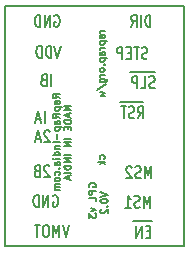
<source format=gbo>
G04 (created by PCBNEW (2013-07-07 BZR 4022)-stable) date 03-03-2014 12:21:00 AM*
%MOIN*%
G04 Gerber Fmt 3.4, Leading zero omitted, Abs format*
%FSLAX34Y34*%
G01*
G70*
G90*
G04 APERTURE LIST*
%ADD10C,0.00590551*%
%ADD11C,0.0059*%
%ADD12C,0.0071*%
%ADD13C,0.007875*%
%ADD14C,0.0079*%
%ADD15C,0.005*%
%ADD16R,0.1184X0.1901*%
%ADD17C,0.075*%
G04 APERTURE END LIST*
G54D10*
G54D11*
X1914Y4979D02*
X1802Y5058D01*
X1914Y5114D02*
X1678Y5114D01*
X1678Y5024D01*
X1689Y5002D01*
X1701Y4990D01*
X1723Y4979D01*
X1757Y4979D01*
X1779Y4990D01*
X1790Y5002D01*
X1802Y5024D01*
X1802Y5114D01*
X1903Y4788D02*
X1914Y4810D01*
X1914Y4855D01*
X1903Y4878D01*
X1880Y4889D01*
X1790Y4889D01*
X1768Y4878D01*
X1757Y4855D01*
X1757Y4810D01*
X1768Y4788D01*
X1790Y4777D01*
X1813Y4777D01*
X1835Y4889D01*
X1757Y4676D02*
X1993Y4676D01*
X1768Y4676D02*
X1757Y4653D01*
X1757Y4608D01*
X1768Y4586D01*
X1779Y4574D01*
X1802Y4563D01*
X1869Y4563D01*
X1892Y4574D01*
X1903Y4586D01*
X1914Y4608D01*
X1914Y4653D01*
X1903Y4676D01*
X1914Y4327D02*
X1802Y4406D01*
X1914Y4462D02*
X1678Y4462D01*
X1678Y4372D01*
X1689Y4350D01*
X1701Y4338D01*
X1723Y4327D01*
X1757Y4327D01*
X1779Y4338D01*
X1790Y4350D01*
X1802Y4372D01*
X1802Y4462D01*
X1914Y4125D02*
X1790Y4125D01*
X1768Y4136D01*
X1757Y4159D01*
X1757Y4204D01*
X1768Y4226D01*
X1903Y4125D02*
X1914Y4147D01*
X1914Y4204D01*
X1903Y4226D01*
X1880Y4237D01*
X1858Y4237D01*
X1835Y4226D01*
X1824Y4204D01*
X1824Y4147D01*
X1813Y4125D01*
X1757Y4013D02*
X1993Y4013D01*
X1768Y4013D02*
X1757Y3990D01*
X1757Y3945D01*
X1768Y3923D01*
X1779Y3911D01*
X1802Y3900D01*
X1869Y3900D01*
X1892Y3911D01*
X1903Y3923D01*
X1914Y3945D01*
X1914Y3990D01*
X1903Y4013D01*
X1824Y3799D02*
X1824Y3619D01*
X1914Y3507D02*
X1678Y3507D01*
X1757Y3394D02*
X1914Y3394D01*
X1779Y3394D02*
X1768Y3383D01*
X1757Y3361D01*
X1757Y3327D01*
X1768Y3305D01*
X1790Y3293D01*
X1914Y3293D01*
X1914Y3080D02*
X1678Y3080D01*
X1903Y3080D02*
X1914Y3102D01*
X1914Y3147D01*
X1903Y3170D01*
X1892Y3181D01*
X1869Y3192D01*
X1802Y3192D01*
X1779Y3181D01*
X1768Y3170D01*
X1757Y3147D01*
X1757Y3102D01*
X1768Y3080D01*
X1914Y2967D02*
X1757Y2967D01*
X1678Y2967D02*
X1689Y2979D01*
X1701Y2967D01*
X1689Y2956D01*
X1678Y2967D01*
X1701Y2967D01*
X1914Y2754D02*
X1790Y2754D01*
X1768Y2765D01*
X1757Y2788D01*
X1757Y2833D01*
X1768Y2855D01*
X1903Y2754D02*
X1914Y2776D01*
X1914Y2833D01*
X1903Y2855D01*
X1880Y2866D01*
X1858Y2866D01*
X1835Y2855D01*
X1824Y2833D01*
X1824Y2776D01*
X1813Y2754D01*
X1892Y2642D02*
X1903Y2630D01*
X1914Y2642D01*
X1903Y2653D01*
X1892Y2642D01*
X1914Y2642D01*
X1903Y2428D02*
X1914Y2451D01*
X1914Y2495D01*
X1903Y2518D01*
X1892Y2529D01*
X1869Y2540D01*
X1802Y2540D01*
X1779Y2529D01*
X1768Y2518D01*
X1757Y2495D01*
X1757Y2451D01*
X1768Y2428D01*
X1914Y2293D02*
X1903Y2316D01*
X1892Y2327D01*
X1869Y2338D01*
X1802Y2338D01*
X1779Y2327D01*
X1768Y2316D01*
X1757Y2293D01*
X1757Y2259D01*
X1768Y2237D01*
X1779Y2226D01*
X1802Y2215D01*
X1869Y2215D01*
X1892Y2226D01*
X1903Y2237D01*
X1914Y2259D01*
X1914Y2293D01*
X1914Y2113D02*
X1757Y2113D01*
X1779Y2113D02*
X1768Y2102D01*
X1757Y2080D01*
X1757Y2046D01*
X1768Y2023D01*
X1790Y2012D01*
X1914Y2012D01*
X1790Y2012D02*
X1768Y2001D01*
X1757Y1979D01*
X1757Y1945D01*
X1768Y1922D01*
X1790Y1911D01*
X1914Y1911D01*
X2303Y4732D02*
X2067Y4732D01*
X2236Y4653D01*
X2067Y4575D01*
X2303Y4575D01*
X2236Y4473D02*
X2236Y4361D01*
X2303Y4496D02*
X2067Y4417D01*
X2303Y4339D01*
X2303Y4260D02*
X2067Y4260D01*
X2067Y4204D01*
X2079Y4170D01*
X2101Y4147D01*
X2124Y4136D01*
X2169Y4125D01*
X2202Y4125D01*
X2247Y4136D01*
X2270Y4147D01*
X2292Y4170D01*
X2303Y4204D01*
X2303Y4260D01*
X2180Y4024D02*
X2180Y3945D01*
X2303Y3911D02*
X2303Y4024D01*
X2067Y4024D01*
X2067Y3911D01*
X2303Y3631D02*
X2067Y3631D01*
X2303Y3518D02*
X2067Y3518D01*
X2303Y3383D01*
X2067Y3383D01*
X2303Y3091D02*
X2067Y3091D01*
X2303Y2979D02*
X2067Y2979D01*
X2303Y2844D01*
X2067Y2844D01*
X2303Y2731D02*
X2067Y2731D01*
X2067Y2675D01*
X2079Y2642D01*
X2101Y2619D01*
X2124Y2608D01*
X2169Y2597D01*
X2202Y2597D01*
X2247Y2608D01*
X2270Y2619D01*
X2292Y2642D01*
X2303Y2675D01*
X2303Y2731D01*
X2303Y2495D02*
X2067Y2495D01*
X2236Y2394D02*
X2236Y2282D01*
X2303Y2417D02*
X2067Y2338D01*
X2303Y2259D01*
X3414Y7232D02*
X3257Y7232D01*
X3302Y7232D02*
X3279Y7221D01*
X3268Y7210D01*
X3257Y7187D01*
X3257Y7165D01*
X3403Y6996D02*
X3414Y7019D01*
X3414Y7063D01*
X3403Y7086D01*
X3380Y7097D01*
X3290Y7097D01*
X3268Y7086D01*
X3257Y7063D01*
X3257Y7019D01*
X3268Y6996D01*
X3290Y6985D01*
X3313Y6985D01*
X3335Y7097D01*
X3257Y6884D02*
X3493Y6884D01*
X3268Y6884D02*
X3257Y6861D01*
X3257Y6816D01*
X3268Y6794D01*
X3279Y6782D01*
X3302Y6771D01*
X3369Y6771D01*
X3392Y6782D01*
X3403Y6794D01*
X3414Y6816D01*
X3414Y6861D01*
X3403Y6884D01*
X3414Y6670D02*
X3257Y6670D01*
X3302Y6670D02*
X3279Y6659D01*
X3268Y6648D01*
X3257Y6625D01*
X3257Y6603D01*
X3414Y6423D02*
X3290Y6423D01*
X3268Y6434D01*
X3257Y6457D01*
X3257Y6502D01*
X3268Y6524D01*
X3403Y6423D02*
X3414Y6445D01*
X3414Y6502D01*
X3403Y6524D01*
X3380Y6535D01*
X3358Y6535D01*
X3335Y6524D01*
X3324Y6502D01*
X3324Y6445D01*
X3313Y6423D01*
X3257Y6311D02*
X3493Y6311D01*
X3268Y6311D02*
X3257Y6288D01*
X3257Y6243D01*
X3268Y6221D01*
X3279Y6209D01*
X3302Y6198D01*
X3369Y6198D01*
X3392Y6209D01*
X3403Y6221D01*
X3414Y6243D01*
X3414Y6288D01*
X3403Y6311D01*
X3392Y6097D02*
X3403Y6086D01*
X3414Y6097D01*
X3403Y6108D01*
X3392Y6097D01*
X3414Y6097D01*
X3414Y5951D02*
X3403Y5973D01*
X3392Y5985D01*
X3369Y5996D01*
X3302Y5996D01*
X3279Y5985D01*
X3268Y5973D01*
X3257Y5951D01*
X3257Y5917D01*
X3268Y5895D01*
X3279Y5883D01*
X3302Y5872D01*
X3369Y5872D01*
X3392Y5883D01*
X3403Y5895D01*
X3414Y5917D01*
X3414Y5951D01*
X3414Y5771D02*
X3257Y5771D01*
X3302Y5771D02*
X3279Y5760D01*
X3268Y5749D01*
X3257Y5726D01*
X3257Y5704D01*
X3257Y5524D02*
X3448Y5524D01*
X3470Y5535D01*
X3481Y5546D01*
X3493Y5569D01*
X3493Y5603D01*
X3481Y5625D01*
X3403Y5524D02*
X3414Y5546D01*
X3414Y5591D01*
X3403Y5614D01*
X3392Y5625D01*
X3369Y5636D01*
X3302Y5636D01*
X3279Y5625D01*
X3268Y5614D01*
X3257Y5591D01*
X3257Y5546D01*
X3268Y5524D01*
X3167Y5243D02*
X3470Y5445D01*
X3257Y5187D02*
X3414Y5142D01*
X3302Y5097D01*
X3414Y5052D01*
X3257Y5007D01*
X3414Y4917D02*
X3257Y4917D01*
X3178Y4917D02*
X3189Y4928D01*
X3201Y4917D01*
X3189Y4906D01*
X3178Y4917D01*
X3201Y4917D01*
X3414Y4805D02*
X3178Y4805D01*
X3324Y4782D02*
X3414Y4715D01*
X3257Y4715D02*
X3347Y4805D01*
X3414Y4614D02*
X3257Y4614D01*
X3178Y4614D02*
X3189Y4625D01*
X3201Y4614D01*
X3189Y4602D01*
X3178Y4614D01*
X3201Y4614D01*
X3167Y4333D02*
X3470Y4535D01*
X3403Y4265D02*
X3414Y4243D01*
X3414Y4198D01*
X3403Y4175D01*
X3380Y4164D01*
X3369Y4164D01*
X3347Y4175D01*
X3335Y4198D01*
X3335Y4231D01*
X3324Y4254D01*
X3302Y4265D01*
X3290Y4265D01*
X3268Y4254D01*
X3257Y4231D01*
X3257Y4198D01*
X3268Y4175D01*
X3257Y4097D02*
X3257Y4007D01*
X3178Y4063D02*
X3380Y4063D01*
X3403Y4052D01*
X3414Y4029D01*
X3414Y4007D01*
X3403Y3838D02*
X3414Y3861D01*
X3414Y3906D01*
X3403Y3928D01*
X3380Y3939D01*
X3290Y3939D01*
X3268Y3928D01*
X3257Y3906D01*
X3257Y3861D01*
X3268Y3838D01*
X3290Y3827D01*
X3313Y3827D01*
X3335Y3939D01*
X3257Y3726D02*
X3493Y3726D01*
X3268Y3726D02*
X3257Y3703D01*
X3257Y3658D01*
X3268Y3636D01*
X3279Y3625D01*
X3302Y3613D01*
X3369Y3613D01*
X3392Y3625D01*
X3403Y3636D01*
X3414Y3658D01*
X3414Y3703D01*
X3403Y3726D01*
X3403Y3523D02*
X3414Y3501D01*
X3414Y3456D01*
X3403Y3434D01*
X3380Y3422D01*
X3369Y3422D01*
X3347Y3434D01*
X3335Y3456D01*
X3335Y3490D01*
X3324Y3512D01*
X3302Y3523D01*
X3290Y3523D01*
X3268Y3512D01*
X3257Y3490D01*
X3257Y3456D01*
X3268Y3434D01*
X3257Y3355D02*
X3257Y3265D01*
X3178Y3321D02*
X3380Y3321D01*
X3403Y3310D01*
X3414Y3287D01*
X3414Y3265D01*
X3414Y3186D02*
X3257Y3186D01*
X3178Y3186D02*
X3189Y3198D01*
X3201Y3186D01*
X3189Y3175D01*
X3178Y3186D01*
X3201Y3186D01*
X3403Y2973D02*
X3414Y2995D01*
X3414Y3040D01*
X3403Y3063D01*
X3392Y3074D01*
X3369Y3085D01*
X3302Y3085D01*
X3279Y3074D01*
X3268Y3063D01*
X3257Y3040D01*
X3257Y2995D01*
X3268Y2973D01*
X3414Y2872D02*
X3178Y2872D01*
X3324Y2849D02*
X3414Y2782D01*
X3257Y2782D02*
X3347Y2872D01*
X2895Y2018D02*
X2884Y2041D01*
X2884Y2075D01*
X2895Y2108D01*
X2918Y2131D01*
X2940Y2142D01*
X2985Y2153D01*
X3019Y2153D01*
X3064Y2142D01*
X3086Y2131D01*
X3109Y2108D01*
X3120Y2075D01*
X3120Y2052D01*
X3109Y2018D01*
X3098Y2007D01*
X3019Y2007D01*
X3019Y2052D01*
X3120Y1906D02*
X2884Y1906D01*
X2884Y1816D01*
X2895Y1794D01*
X2907Y1782D01*
X2929Y1771D01*
X2963Y1771D01*
X2985Y1782D01*
X2996Y1794D01*
X3008Y1816D01*
X3008Y1906D01*
X3120Y1558D02*
X3120Y1670D01*
X2884Y1670D01*
X2963Y1322D02*
X3120Y1265D01*
X2963Y1209D01*
X2884Y1142D02*
X2884Y996D01*
X2974Y1074D01*
X2974Y1041D01*
X2985Y1018D01*
X2996Y1007D01*
X3019Y996D01*
X3075Y996D01*
X3098Y1007D01*
X3109Y1018D01*
X3120Y1041D01*
X3120Y1108D01*
X3109Y1131D01*
X3098Y1142D01*
X3273Y1844D02*
X3509Y1766D01*
X3273Y1687D01*
X3273Y1563D02*
X3273Y1541D01*
X3285Y1518D01*
X3296Y1507D01*
X3318Y1496D01*
X3363Y1485D01*
X3420Y1485D01*
X3464Y1496D01*
X3487Y1507D01*
X3498Y1518D01*
X3509Y1541D01*
X3509Y1563D01*
X3498Y1586D01*
X3487Y1597D01*
X3464Y1608D01*
X3420Y1619D01*
X3363Y1619D01*
X3318Y1608D01*
X3296Y1597D01*
X3285Y1586D01*
X3273Y1563D01*
X3487Y1383D02*
X3498Y1372D01*
X3509Y1383D01*
X3498Y1395D01*
X3487Y1383D01*
X3509Y1383D01*
X3296Y1282D02*
X3285Y1271D01*
X3273Y1249D01*
X3273Y1192D01*
X3285Y1170D01*
X3296Y1159D01*
X3318Y1147D01*
X3341Y1147D01*
X3375Y1159D01*
X3509Y1294D01*
X3509Y1147D01*
G54D12*
X4250Y5850D02*
X5075Y5850D01*
X3925Y4850D02*
X4675Y4850D01*
X4350Y875D02*
X5000Y875D01*
G54D13*
X4940Y7365D02*
X4940Y7759D01*
X4865Y7759D01*
X4820Y7740D01*
X4790Y7703D01*
X4775Y7665D01*
X4760Y7590D01*
X4760Y7534D01*
X4775Y7459D01*
X4790Y7421D01*
X4820Y7384D01*
X4865Y7365D01*
X4940Y7365D01*
X4625Y7365D02*
X4625Y7759D01*
X4295Y7365D02*
X4400Y7553D01*
X4475Y7365D02*
X4475Y7759D01*
X4355Y7759D01*
X4325Y7740D01*
X4310Y7722D01*
X4295Y7684D01*
X4295Y7628D01*
X4310Y7590D01*
X4325Y7571D01*
X4355Y7553D01*
X4475Y7553D01*
G54D14*
G54D13*
X4835Y6309D02*
X4790Y6290D01*
X4715Y6290D01*
X4685Y6309D01*
X4670Y6328D01*
X4655Y6365D01*
X4655Y6403D01*
X4670Y6440D01*
X4685Y6459D01*
X4715Y6478D01*
X4775Y6496D01*
X4805Y6515D01*
X4820Y6534D01*
X4835Y6571D01*
X4835Y6609D01*
X4820Y6647D01*
X4805Y6665D01*
X4775Y6684D01*
X4700Y6684D01*
X4655Y6665D01*
X4565Y6684D02*
X4385Y6684D01*
X4475Y6290D02*
X4475Y6684D01*
X4280Y6496D02*
X4175Y6496D01*
X4130Y6290D02*
X4280Y6290D01*
X4280Y6684D01*
X4130Y6684D01*
X3995Y6290D02*
X3995Y6684D01*
X3875Y6684D01*
X3845Y6665D01*
X3830Y6647D01*
X3815Y6609D01*
X3815Y6553D01*
X3830Y6515D01*
X3845Y6496D01*
X3875Y6478D01*
X3995Y6478D01*
G54D14*
G54D13*
X5075Y5334D02*
X5030Y5315D01*
X4955Y5315D01*
X4925Y5334D01*
X4910Y5353D01*
X4895Y5390D01*
X4895Y5428D01*
X4910Y5465D01*
X4925Y5484D01*
X4955Y5503D01*
X5015Y5521D01*
X5045Y5540D01*
X5060Y5559D01*
X5075Y5596D01*
X5075Y5634D01*
X5060Y5672D01*
X5045Y5690D01*
X5015Y5709D01*
X4940Y5709D01*
X4895Y5690D01*
X4610Y5315D02*
X4760Y5315D01*
X4760Y5709D01*
X4505Y5315D02*
X4505Y5709D01*
X4385Y5709D01*
X4355Y5690D01*
X4340Y5672D01*
X4325Y5634D01*
X4325Y5578D01*
X4340Y5540D01*
X4355Y5521D01*
X4385Y5503D01*
X4505Y5503D01*
G54D14*
G54D13*
X4522Y4315D02*
X4627Y4503D01*
X4702Y4315D02*
X4702Y4709D01*
X4582Y4709D01*
X4552Y4690D01*
X4537Y4672D01*
X4522Y4634D01*
X4522Y4578D01*
X4537Y4540D01*
X4552Y4521D01*
X4582Y4503D01*
X4702Y4503D01*
X4402Y4334D02*
X4357Y4315D01*
X4282Y4315D01*
X4252Y4334D01*
X4237Y4353D01*
X4222Y4390D01*
X4222Y4428D01*
X4237Y4465D01*
X4252Y4484D01*
X4282Y4503D01*
X4342Y4521D01*
X4372Y4540D01*
X4387Y4559D01*
X4402Y4596D01*
X4402Y4634D01*
X4387Y4672D01*
X4372Y4690D01*
X4342Y4709D01*
X4267Y4709D01*
X4222Y4690D01*
X4132Y4709D02*
X3952Y4709D01*
X4042Y4315D02*
X4042Y4709D01*
G54D14*
G54D13*
X4955Y2315D02*
X4955Y2709D01*
X4850Y2428D01*
X4745Y2709D01*
X4745Y2315D01*
X4610Y2334D02*
X4565Y2315D01*
X4490Y2315D01*
X4460Y2334D01*
X4445Y2353D01*
X4430Y2390D01*
X4430Y2428D01*
X4445Y2465D01*
X4460Y2484D01*
X4490Y2503D01*
X4550Y2521D01*
X4580Y2540D01*
X4595Y2559D01*
X4610Y2596D01*
X4610Y2634D01*
X4595Y2672D01*
X4580Y2690D01*
X4550Y2709D01*
X4475Y2709D01*
X4430Y2690D01*
X4310Y2672D02*
X4295Y2690D01*
X4265Y2709D01*
X4190Y2709D01*
X4160Y2690D01*
X4145Y2672D01*
X4130Y2634D01*
X4130Y2596D01*
X4145Y2540D01*
X4325Y2315D01*
X4130Y2315D01*
G54D14*
G54D13*
X4930Y1340D02*
X4930Y1734D01*
X4825Y1453D01*
X4720Y1734D01*
X4720Y1340D01*
X4585Y1359D02*
X4540Y1340D01*
X4465Y1340D01*
X4435Y1359D01*
X4420Y1378D01*
X4405Y1415D01*
X4405Y1453D01*
X4420Y1490D01*
X4435Y1509D01*
X4465Y1528D01*
X4525Y1546D01*
X4555Y1565D01*
X4570Y1584D01*
X4585Y1621D01*
X4585Y1659D01*
X4570Y1697D01*
X4555Y1715D01*
X4525Y1734D01*
X4450Y1734D01*
X4405Y1715D01*
X4105Y1340D02*
X4285Y1340D01*
X4195Y1340D02*
X4195Y1734D01*
X4225Y1678D01*
X4255Y1640D01*
X4285Y1621D01*
G54D14*
G54D13*
X4932Y546D02*
X4827Y546D01*
X4782Y340D02*
X4932Y340D01*
X4932Y734D01*
X4782Y734D01*
X4647Y340D02*
X4647Y734D01*
X4467Y340D01*
X4467Y734D01*
G54D14*
G54D13*
X2220Y759D02*
X2115Y365D01*
X2010Y759D01*
X1905Y365D02*
X1905Y759D01*
X1800Y478D01*
X1695Y759D01*
X1695Y365D01*
X1485Y759D02*
X1425Y759D01*
X1395Y740D01*
X1365Y703D01*
X1350Y628D01*
X1350Y496D01*
X1365Y421D01*
X1395Y384D01*
X1425Y365D01*
X1485Y365D01*
X1515Y384D01*
X1545Y421D01*
X1560Y496D01*
X1560Y628D01*
X1545Y703D01*
X1515Y740D01*
X1485Y759D01*
X1260Y759D02*
X1080Y759D01*
X1170Y365D02*
X1170Y759D01*
G54D14*
G54D13*
X1690Y1740D02*
X1720Y1759D01*
X1765Y1759D01*
X1810Y1740D01*
X1840Y1703D01*
X1855Y1665D01*
X1870Y1590D01*
X1870Y1534D01*
X1855Y1459D01*
X1840Y1421D01*
X1810Y1384D01*
X1765Y1365D01*
X1735Y1365D01*
X1690Y1384D01*
X1675Y1403D01*
X1675Y1534D01*
X1735Y1534D01*
X1540Y1365D02*
X1540Y1759D01*
X1360Y1365D01*
X1360Y1759D01*
X1210Y1365D02*
X1210Y1759D01*
X1135Y1759D01*
X1090Y1740D01*
X1060Y1703D01*
X1045Y1665D01*
X1030Y1590D01*
X1030Y1534D01*
X1045Y1459D01*
X1060Y1421D01*
X1090Y1384D01*
X1135Y1365D01*
X1210Y1365D01*
G54D14*
G54D13*
X1572Y2722D02*
X1557Y2740D01*
X1527Y2759D01*
X1452Y2759D01*
X1422Y2740D01*
X1407Y2722D01*
X1392Y2684D01*
X1392Y2646D01*
X1407Y2590D01*
X1587Y2365D01*
X1392Y2365D01*
X1152Y2571D02*
X1107Y2553D01*
X1092Y2534D01*
X1077Y2496D01*
X1077Y2440D01*
X1092Y2403D01*
X1107Y2384D01*
X1137Y2365D01*
X1257Y2365D01*
X1257Y2759D01*
X1152Y2759D01*
X1122Y2740D01*
X1107Y2722D01*
X1092Y2684D01*
X1092Y2646D01*
X1107Y2609D01*
X1122Y2590D01*
X1152Y2571D01*
X1257Y2571D01*
G54D14*
G54D13*
X1575Y3872D02*
X1560Y3890D01*
X1530Y3909D01*
X1455Y3909D01*
X1425Y3890D01*
X1410Y3872D01*
X1395Y3834D01*
X1395Y3796D01*
X1410Y3740D01*
X1590Y3515D01*
X1395Y3515D01*
X1275Y3628D02*
X1125Y3628D01*
X1305Y3515D02*
X1200Y3909D01*
X1095Y3515D01*
G54D14*
G54D13*
X1410Y4165D02*
X1410Y4559D01*
X1275Y4278D02*
X1125Y4278D01*
X1305Y4165D02*
X1200Y4559D01*
X1095Y4165D01*
G54D14*
G54D13*
X1632Y5390D02*
X1632Y5784D01*
X1377Y5596D02*
X1332Y5578D01*
X1317Y5559D01*
X1302Y5521D01*
X1302Y5465D01*
X1317Y5428D01*
X1332Y5409D01*
X1362Y5390D01*
X1482Y5390D01*
X1482Y5784D01*
X1377Y5784D01*
X1347Y5765D01*
X1332Y5747D01*
X1317Y5709D01*
X1317Y5671D01*
X1332Y5634D01*
X1347Y5615D01*
X1377Y5596D01*
X1482Y5596D01*
G54D14*
G54D13*
X1945Y6734D02*
X1840Y6340D01*
X1735Y6734D01*
X1630Y6340D02*
X1630Y6734D01*
X1555Y6734D01*
X1510Y6715D01*
X1480Y6678D01*
X1465Y6640D01*
X1450Y6565D01*
X1450Y6509D01*
X1465Y6434D01*
X1480Y6396D01*
X1510Y6359D01*
X1555Y6340D01*
X1630Y6340D01*
X1315Y6340D02*
X1315Y6734D01*
X1240Y6734D01*
X1195Y6715D01*
X1165Y6678D01*
X1150Y6640D01*
X1135Y6565D01*
X1135Y6509D01*
X1150Y6434D01*
X1165Y6396D01*
X1195Y6359D01*
X1240Y6340D01*
X1315Y6340D01*
G54D14*
G54D13*
X1740Y7740D02*
X1770Y7759D01*
X1815Y7759D01*
X1860Y7740D01*
X1890Y7703D01*
X1905Y7665D01*
X1920Y7590D01*
X1920Y7534D01*
X1905Y7459D01*
X1890Y7421D01*
X1860Y7384D01*
X1815Y7365D01*
X1785Y7365D01*
X1740Y7384D01*
X1725Y7403D01*
X1725Y7534D01*
X1785Y7534D01*
X1590Y7365D02*
X1590Y7759D01*
X1410Y7365D01*
X1410Y7759D01*
X1260Y7365D02*
X1260Y7759D01*
X1185Y7759D01*
X1140Y7740D01*
X1110Y7703D01*
X1095Y7665D01*
X1080Y7590D01*
X1080Y7534D01*
X1095Y7459D01*
X1110Y7421D01*
X1140Y7384D01*
X1185Y7365D01*
X1260Y7365D01*
G54D14*
G54D15*
X100Y50D02*
X100Y8050D01*
X6050Y50D02*
X100Y50D01*
X6050Y8050D02*
X6050Y50D01*
X100Y8050D02*
X6050Y8050D01*
%LPC*%
G54D13*
X4290Y4072D02*
X4290Y3892D01*
X4684Y3982D02*
X4290Y3982D01*
X4290Y3817D02*
X4290Y3622D01*
X4440Y3727D01*
X4440Y3682D01*
X4459Y3652D01*
X4478Y3637D01*
X4515Y3622D01*
X4609Y3622D01*
X4646Y3637D01*
X4665Y3652D01*
X4684Y3682D01*
X4684Y3772D01*
X4665Y3802D01*
X4646Y3817D01*
X4684Y3487D02*
X4290Y3487D01*
X4290Y3367D01*
X4309Y3337D01*
X4328Y3322D01*
X4365Y3307D01*
X4421Y3307D01*
X4459Y3322D01*
X4478Y3337D01*
X4496Y3367D01*
X4496Y3487D01*
X4290Y3202D02*
X4290Y3007D01*
X4440Y3112D01*
X4440Y3067D01*
X4459Y3037D01*
X4478Y3022D01*
X4515Y3007D01*
X4609Y3007D01*
X4646Y3022D01*
X4665Y3037D01*
X4684Y3067D01*
X4684Y3157D01*
X4665Y3187D01*
X4646Y3202D01*
G54D14*
G54D16*
X3225Y4075D03*
G54D17*
X5550Y550D03*
X5550Y1550D03*
X5550Y2550D03*
X5550Y3550D03*
X5550Y4550D03*
X5550Y5550D03*
X5550Y6550D03*
X5550Y7550D03*
X550Y550D03*
X550Y1550D03*
X550Y2550D03*
X550Y3550D03*
X550Y4550D03*
X550Y5550D03*
X550Y6550D03*
X550Y7550D03*
M02*

</source>
